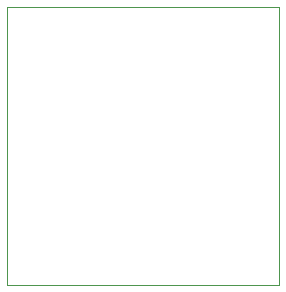
<source format=gbr>
%TF.GenerationSoftware,KiCad,Pcbnew,9.0.0*%
%TF.CreationDate,2025-04-22T16:11:36+05:00*%
%TF.ProjectId,RF Detection Circuit,52462044-6574-4656-9374-696f6e204369,rev?*%
%TF.SameCoordinates,Original*%
%TF.FileFunction,Profile,NP*%
%FSLAX46Y46*%
G04 Gerber Fmt 4.6, Leading zero omitted, Abs format (unit mm)*
G04 Created by KiCad (PCBNEW 9.0.0) date 2025-04-22 16:11:36*
%MOMM*%
%LPD*%
G01*
G04 APERTURE LIST*
%TA.AperFunction,Profile*%
%ADD10C,0.050000*%
%TD*%
G04 APERTURE END LIST*
D10*
X134500000Y-89500000D02*
X111500000Y-89500000D01*
X134500000Y-66000000D02*
X134500000Y-89500000D01*
X111500000Y-66000000D02*
X134500000Y-66000000D01*
X111500000Y-66000000D02*
X111500000Y-89500000D01*
M02*

</source>
